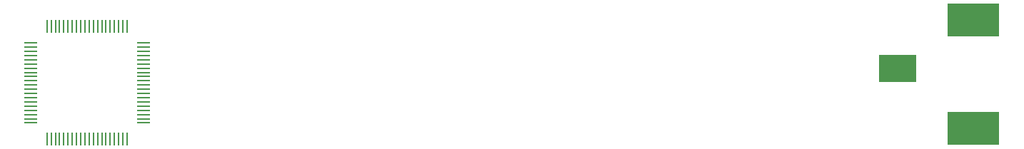
<source format=gbr>
%TF.GenerationSoftware,KiCad,Pcbnew,7.0.7*%
%TF.CreationDate,2023-12-03T21:53:00-03:00*%
%TF.ProjectId,climatizador automatico,636c696d-6174-4697-9a61-646f72206175,rev?*%
%TF.SameCoordinates,Original*%
%TF.FileFunction,Paste,Top*%
%TF.FilePolarity,Positive*%
%FSLAX46Y46*%
G04 Gerber Fmt 4.6, Leading zero omitted, Abs format (unit mm)*
G04 Created by KiCad (PCBNEW 7.0.7) date 2023-12-03 21:53:00*
%MOMM*%
%LPD*%
G01*
G04 APERTURE LIST*
G04 Aperture macros list*
%AMRoundRect*
0 Rectangle with rounded corners*
0 $1 Rounding radius*
0 $2 $3 $4 $5 $6 $7 $8 $9 X,Y pos of 4 corners*
0 Add a 4 corners polygon primitive as box body*
4,1,4,$2,$3,$4,$5,$6,$7,$8,$9,$2,$3,0*
0 Add four circle primitives for the rounded corners*
1,1,$1+$1,$2,$3*
1,1,$1+$1,$4,$5*
1,1,$1+$1,$6,$7*
1,1,$1+$1,$8,$9*
0 Add four rect primitives between the rounded corners*
20,1,$1+$1,$2,$3,$4,$5,0*
20,1,$1+$1,$4,$5,$6,$7,0*
20,1,$1+$1,$6,$7,$8,$9,0*
20,1,$1+$1,$8,$9,$2,$3,0*%
G04 Aperture macros list end*
%ADD10RoundRect,0.062500X-0.675000X-0.062500X0.675000X-0.062500X0.675000X0.062500X-0.675000X0.062500X0*%
%ADD11RoundRect,0.062500X-0.062500X-0.675000X0.062500X-0.675000X0.062500X0.675000X-0.062500X0.675000X0*%
%ADD12R,4.400000X3.300000*%
%ADD13R,6.200000X3.900000*%
G04 APERTURE END LIST*
D10*
%TO.C,U4*%
X93633400Y-97169400D03*
X93633400Y-97669400D03*
X93633400Y-98169400D03*
X93633400Y-98669400D03*
X93633400Y-99169400D03*
X93633400Y-99669400D03*
X93633400Y-100169400D03*
X93633400Y-100669400D03*
X93633400Y-101169400D03*
X93633400Y-101669400D03*
X93633400Y-102169400D03*
X93633400Y-102669400D03*
X93633400Y-103169400D03*
X93633400Y-103669400D03*
X93633400Y-104169400D03*
X93633400Y-104669400D03*
X93633400Y-105169400D03*
X93633400Y-105669400D03*
X93633400Y-106169400D03*
X93633400Y-106669400D03*
D11*
X95570900Y-108606900D03*
X96070900Y-108606900D03*
X96570900Y-108606900D03*
X97070900Y-108606900D03*
X97570900Y-108606900D03*
X98070900Y-108606900D03*
X98570900Y-108606900D03*
X99070900Y-108606900D03*
X99570900Y-108606900D03*
X100070900Y-108606900D03*
X100570900Y-108606900D03*
X101070900Y-108606900D03*
X101570900Y-108606900D03*
X102070900Y-108606900D03*
X102570900Y-108606900D03*
X103070900Y-108606900D03*
X103570900Y-108606900D03*
X104070900Y-108606900D03*
X104570900Y-108606900D03*
X105070900Y-108606900D03*
D10*
X107008400Y-106669400D03*
X107008400Y-106169400D03*
X107008400Y-105669400D03*
X107008400Y-105169400D03*
X107008400Y-104669400D03*
X107008400Y-104169400D03*
X107008400Y-103669400D03*
X107008400Y-103169400D03*
X107008400Y-102669400D03*
X107008400Y-102169400D03*
X107008400Y-101669400D03*
X107008400Y-101169400D03*
X107008400Y-100669400D03*
X107008400Y-100169400D03*
X107008400Y-99669400D03*
X107008400Y-99169400D03*
X107008400Y-98669400D03*
X107008400Y-98169400D03*
X107008400Y-97669400D03*
X107008400Y-97169400D03*
D11*
X105070900Y-95231900D03*
X104570900Y-95231900D03*
X104070900Y-95231900D03*
X103570900Y-95231900D03*
X103070900Y-95231900D03*
X102570900Y-95231900D03*
X102070900Y-95231900D03*
X101570900Y-95231900D03*
X101070900Y-95231900D03*
X100570900Y-95231900D03*
X100070900Y-95231900D03*
X99570900Y-95231900D03*
X99070900Y-95231900D03*
X98570900Y-95231900D03*
X98070900Y-95231900D03*
X97570900Y-95231900D03*
X97070900Y-95231900D03*
X96570900Y-95231900D03*
X96070900Y-95231900D03*
X95570900Y-95231900D03*
%TD*%
D12*
%TO.C,J1*%
X196440900Y-100186900D03*
D13*
X205440900Y-107336900D03*
X205440900Y-94436900D03*
%TD*%
M02*

</source>
